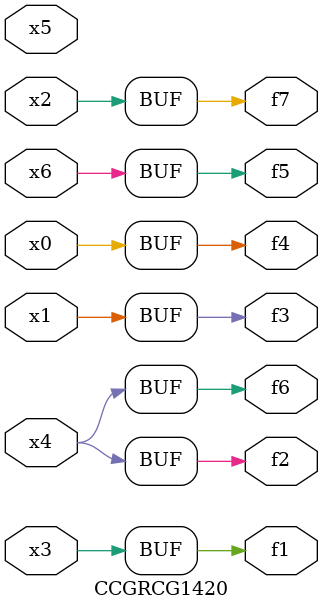
<source format=v>
module CCGRCG1420(
	input x0, x1, x2, x3, x4, x5, x6,
	output f1, f2, f3, f4, f5, f6, f7
);
	assign f1 = x3;
	assign f2 = x4;
	assign f3 = x1;
	assign f4 = x0;
	assign f5 = x6;
	assign f6 = x4;
	assign f7 = x2;
endmodule

</source>
